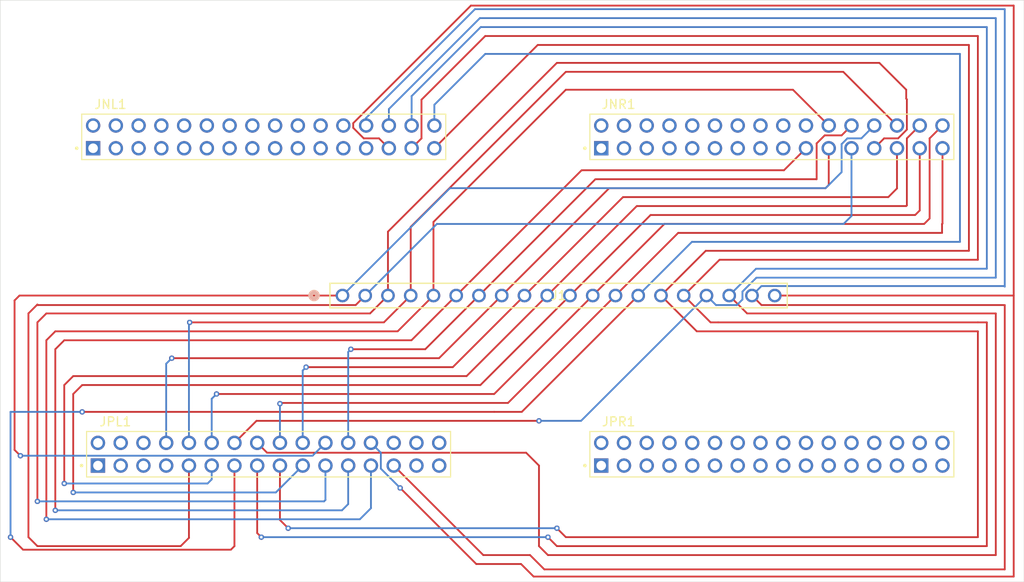
<source format=kicad_pcb>
(kicad_pcb (version 20240108) (generator "pcbnew") (generator_version "8.0")
  (layers (0 "F.Cu" signal) (31 "B.Cu" signal) (34 "B.Paste" user) (35 "F.Paste" user) (36 "B.SilkS" user "B.Silkscreen") (37 "F.SilkS" user "F.Silkscreen") (38 "B.Mask" user) (39 "F.Mask" user) (44 "Edge.Cuts" user))
  (net 0 "")
  (net 1 "1x2")
  (net 2 "2x4")
  (net 3 "1x3")
  (net 4 "2x3")
  (net 5 "2x2")
  (net 6 "2x1")
  (net 7 "1x1")
  (net 8 "3x2")
  (net 9 "3x1")
  (net 10 "4x2")
  (net 11 "4x1")
  (net 12 "3x4")
  (net 13 "SOURCE")
  (net 14 "1x4")
  (net 15 "3x3")
  (net 16 "4x3")
  (net 17 "BCOM")
  (net 18 "GATE")
  (net 19 "BULK")
  (net 20 "4x4")
  (net 76 "unconnected-(JPL1-Pad32)")
  (footprint "M20-9981645:HARWIN_M20-9981645" (layer "F.Cu") (at 205 80.27)
    (property "Reference" "JNR1" (at -17.105 -3.635 0) (layer "F.SilkS"))
    (property "Value" "M20-9981645" (hide yes))
    (fp_line (start -20.32 -2.54) (end 20.32 -2.54) (stroke (width 0.127)) (layer "F.SilkS"))
    (fp_line (start -20.32 2.54) (end -20.32 -2.54) (stroke (width 0.127)) (layer "F.SilkS"))
    (fp_line (start 20.32 -2.54) (end 20.32 2.54) (stroke (width 0.127)) (layer "F.SilkS"))
    (fp_line (start 20.32 2.54) (end -20.32 2.54) (stroke (width 0.127)) (layer "F.SilkS"))
    (fp_circle (center -20.88 1.27) (end -20.78 1.27) (stroke (width 0.2)) (fill none) (layer "F.SilkS"))
    (pad "1" thru_hole rect (at -19.05 1.27) (size 1.605 1.605) (drill 1.07) (layers "*.Cu" "*.Mask"))
    (pad "2" thru_hole circle (at -19.05 -1.27) (size 1.605 1.605) (drill 1.07) (layers "*.Cu" "*.Mask"))
    (pad "3" thru_hole circle (at -16.51 1.27) (size 1.605 1.605) (drill 1.07) (layers "*.Cu" "*.Mask"))
    (pad "4" thru_hole circle (at -16.51 -1.27) (size 1.605 1.605) (drill 1.07) (layers "*.Cu" "*.Mask"))
    (pad "5" thru_hole circle (at -13.97 1.27) (size 1.605 1.605) (drill 1.07) (layers "*.Cu" "*.Mask"))
    (pad "6" thru_hole circle (at -13.97 -1.27) (size 1.605 1.605) (drill 1.07) (layers "*.Cu" "*.Mask"))
    (pad "7" thru_hole circle (at -11.43 1.27) (size 1.605 1.605) (drill 1.07) (layers "*.Cu" "*.Mask"))
    (pad "8" thru_hole circle (at -11.43 -1.27) (size 1.605 1.605) (drill 1.07) (layers "*.Cu" "*.Mask"))
    (pad "9" thru_hole circle (at -8.89 1.27) (size 1.605 1.605) (drill 1.07) (layers "*.Cu" "*.Mask"))
    (pad "10" thru_hole circle (at -8.89 -1.27) (size 1.605 1.605) (drill 1.07) (layers "*.Cu" "*.Mask"))
    (pad "11" thru_hole circle (at -6.35 1.27) (size 1.605 1.605) (drill 1.07) (layers "*.Cu" "*.Mask"))
    (pad "12" thru_hole circle (at -6.35 -1.27) (size 1.605 1.605) (drill 1.07) (layers "*.Cu" "*.Mask"))
    (pad "13" thru_hole circle (at -3.81 1.27) (size 1.605 1.605) (drill 1.07) (layers "*.Cu" "*.Mask"))
    (pad "14" thru_hole circle (at -3.81 -1.27) (size 1.605 1.605) (drill 1.07) (layers "*.Cu" "*.Mask"))
    (pad "15" thru_hole circle (at -1.27 1.27) (size 1.605 1.605) (drill 1.07) (layers "*.Cu" "*.Mask"))
    (pad "16" thru_hole circle (at -1.27 -1.27) (size 1.605 1.605) (drill 1.07) (layers "*.Cu" "*.Mask"))
    (pad "17" thru_hole circle (at 1.27 1.27) (size 1.605 1.605) (drill 1.07) (layers "*.Cu" "*.Mask"))
    (pad "18" thru_hole circle (at 1.27 -1.27) (size 1.605 1.605) (drill 1.07) (layers "*.Cu" "*.Mask"))
    (pad "19" thru_hole circle (at 3.81 1.27) (size 1.605 1.605) (drill 1.07) (layers "*.Cu" "*.Mask") (net 5 "2x2"))
    (pad "20" thru_hole circle (at 3.81 -1.27) (size 1.605 1.605) (drill 1.07) (layers "*.Cu" "*.Mask"))
    (pad "21" thru_hole circle (at 6.35 1.27) (size 1.605 1.605) (drill 1.07) (layers "*.Cu" "*.Mask") (net 2 "2x4"))
    (pad "22" thru_hole circle (at 6.35 -1.27) (size 1.605 1.605) (drill 1.07) (layers "*.Cu" "*.Mask") (net 6 "2x1"))
    (pad "23" thru_hole circle (at 8.89 1.27) (size 1.605 1.605) (drill 1.07) (layers "*.Cu" "*.Mask") (net 1 "1x2"))
    (pad "24" thru_hole circle (at 8.89 -1.27) (size 1.605 1.605) (drill 1.07) (layers "*.Cu" "*.Mask") (net 4 "2x3"))
    (pad "25" thru_hole circle (at 11.43 1.27) (size 1.605 1.605) (drill 1.07) (layers "*.Cu" "*.Mask") (net 3 "1x3"))
    (pad "26" thru_hole circle (at 11.43 -1.27) (size 1.605 1.605) (drill 1.07) (layers "*.Cu" "*.Mask") (net 7 "1x1"))
    (pad "27" thru_hole circle (at 13.97 1.27) (size 1.605 1.605) (drill 1.07) (layers "*.Cu" "*.Mask") (net 9 "3x1"))
    (pad "28" thru_hole circle (at 13.97 -1.27) (size 1.605 1.605) (drill 1.07) (layers "*.Cu" "*.Mask") (net 14 "1x4"))
    (pad "29" thru_hole circle (at 16.51 1.27) (size 1.605 1.605) (drill 1.07) (layers "*.Cu" "*.Mask") (net 15 "3x3"))
    (pad "30" thru_hole circle (at 16.51 -1.27) (size 1.605 1.605) (drill 1.07) (layers "*.Cu" "*.Mask") (net 8 "3x2"))
    (pad "31" thru_hole circle (at 19.05 1.27) (size 1.605 1.605) (drill 1.07) (layers "*.Cu" "*.Mask") (net 11 "4x1"))
    (pad "32" thru_hole circle (at 19.05 -1.27) (size 1.605 1.605) (drill 1.07) (layers "*.Cu" "*.Mask") (net 12 "3x4"))
  )
  (footprint "M20-9981645:HARWIN_M20-9981645" (layer "F.Cu") (at 148.27 80.27)
    (property "Reference" "JNL1" (at -17.105 -3.635 0) (layer "F.SilkS"))
    (property "Value" "M20-9981645" (hide yes))
    (fp_line (start -20.32 -2.54) (end 20.32 -2.54) (stroke (width 0.127)) (layer "F.SilkS"))
    (fp_line (start -20.32 2.54) (end -20.32 -2.54) (stroke (width 0.127)) (layer "F.SilkS"))
    (fp_line (start 20.32 -2.54) (end 20.32 2.54) (stroke (width 0.127)) (layer "F.SilkS"))
    (fp_line (start 20.32 2.54) (end -20.32 2.54) (stroke (width 0.127)) (layer "F.SilkS"))
    (fp_circle (center -20.88 1.27) (end -20.78 1.27) (stroke (width 0.2)) (fill none) (layer "F.SilkS"))
    (pad "1" thru_hole rect (at -19.05 1.27) (size 1.605 1.605) (drill 1.07) (layers "*.Cu" "*.Mask"))
    (pad "2" thru_hole circle (at -19.05 -1.27) (size 1.605 1.605) (drill 1.07) (layers "*.Cu" "*.Mask"))
    (pad "3" thru_hole circle (at -16.51 1.27) (size 1.605 1.605) (drill 1.07) (layers "*.Cu" "*.Mask"))
    (pad "4" thru_hole circle (at -16.51 -1.27) (size 1.605 1.605) (drill 1.07) (layers "*.Cu" "*.Mask"))
    (pad "5" thru_hole circle (at -13.97 1.27) (size 1.605 1.605) (drill 1.07) (layers "*.Cu" "*.Mask"))
    (pad "6" thru_hole circle (at -13.97 -1.27) (size 1.605 1.605) (drill 1.07) (layers "*.Cu" "*.Mask"))
    (pad "7" thru_hole circle (at -11.43 1.27) (size 1.605 1.605) (drill 1.07) (layers "*.Cu" "*.Mask"))
    (pad "8" thru_hole circle (at -11.43 -1.27) (size 1.605 1.605) (drill 1.07) (layers "*.Cu" "*.Mask"))
    (pad "9" thru_hole circle (at -8.89 1.27) (size 1.605 1.605) (drill 1.07) (layers "*.Cu" "*.Mask"))
    (pad "10" thru_hole circle (at -8.89 -1.27) (size 1.605 1.605) (drill 1.07) (layers "*.Cu" "*.Mask"))
    (pad "11" thru_hole circle (at -6.35 1.27) (size 1.605 1.605) (drill 1.07) (layers "*.Cu" "*.Mask"))
    (pad "12" thru_hole circle (at -6.35 -1.27) (size 1.605 1.605) (drill 1.07) (layers "*.Cu" "*.Mask"))
    (pad "13" thru_hole circle (at -3.81 1.27) (size 1.605 1.605) (drill 1.07) (layers "*.Cu" "*.Mask"))
    (pad "14" thru_hole circle (at -3.81 -1.27) (size 1.605 1.605) (drill 1.07) (layers "*.Cu" "*.Mask"))
    (pad "15" thru_hole circle (at -1.27 1.27) (size 1.605 1.605) (drill 1.07) (layers "*.Cu" "*.Mask"))
    (pad "16" thru_hole circle (at -1.27 -1.27) (size 1.605 1.605) (drill 1.07) (layers "*.Cu" "*.Mask"))
    (pad "17" thru_hole circle (at 1.27 1.27) (size 1.605 1.605) (drill 1.07) (layers "*.Cu" "*.Mask"))
    (pad "18" thru_hole circle (at 1.27 -1.27) (size 1.605 1.605) (drill 1.07) (layers "*.Cu" "*.Mask"))
    (pad "19" thru_hole circle (at 3.81 1.27) (size 1.605 1.605) (drill 1.07) (layers "*.Cu" "*.Mask"))
    (pad "20" thru_hole circle (at 3.81 -1.27) (size 1.605 1.605) (drill 1.07) (layers "*.Cu" "*.Mask"))
    (pad "21" thru_hole circle (at 6.35 1.27) (size 1.605 1.605) (drill 1.07) (layers "*.Cu" "*.Mask"))
    (pad "22" thru_hole circle (at 6.35 -1.27) (size 1.605 1.605) (drill 1.07) (layers "*.Cu" "*.Mask"))
    (pad "23" thru_hole circle (at 8.89 1.27) (size 1.605 1.605) (drill 1.07) (layers "*.Cu" "*.Mask"))
    (pad "24" thru_hole circle (at 8.89 -1.27) (size 1.605 1.605) (drill 1.07) (layers "*.Cu" "*.Mask"))
    (pad "25" thru_hole circle (at 11.43 1.27) (size 1.605 1.605) (drill 1.07) (layers "*.Cu" "*.Mask"))
    (pad "26" thru_hole circle (at 11.43 -1.27) (size 1.605 1.605) (drill 1.07) (layers "*.Cu" "*.Mask") (net 19 "BULK"))
    (pad "27" thru_hole circle (at 13.97 1.27) (size 1.605 1.605) (drill 1.07) (layers "*.Cu" "*.Mask") (net 17 "BCOM"))
    (pad "28" thru_hole circle (at 13.97 -1.27) (size 1.605 1.605) (drill 1.07) (layers "*.Cu" "*.Mask") (net 18 "GATE"))
    (pad "29" thru_hole circle (at 16.51 1.27) (size 1.605 1.605) (drill 1.07) (layers "*.Cu" "*.Mask") (net 20 "4x4"))
    (pad "30" thru_hole circle (at 16.51 -1.27) (size 1.605 1.605) (drill 1.07) (layers "*.Cu" "*.Mask") (net 13 "SOURCE"))
    (pad "31" thru_hole circle (at 19.05 1.27) (size 1.605 1.605) (drill 1.07) (layers "*.Cu" "*.Mask") (net 16 "4x3"))
    (pad "32" thru_hole circle (at 19.05 -1.27) (size 1.605 1.605) (drill 1.07) (layers "*.Cu" "*.Mask") (net 10 "4x2"))
  )
  (footprint "MountingHole:MountingHole_3mm" (layer "F.Cu") (at 123 69)
    (property "Reference" "REF**" (hide yes))
    (property "Value" "MountingHole_3mm" (hide yes))
    (pad "" np_thru_hole circle (at 0 0) (size 3 3) (drill 3) (layers "*.Cu" "*.Mask"))
  )
  (footprint "MountingHole:MountingHole_3mm" (layer "F.Cu") (at 224 107)
    (property "Reference" "REF**" (hide yes))
    (property "Value" "MountingHole_3mm" (hide yes))
    (pad "" np_thru_hole circle (at 0 0) (size 3 3) (drill 3) (layers "*.Cu" "*.Mask"))
  )
  (footprint "M20-9981645:HARWIN_M20-9981645" (layer "F.Cu") (at 205 115.73)
    (property "Reference" "JPR1" (at -17.105 -3.635 0) (layer "F.SilkS"))
    (property "Value" "M20-9981645" (hide yes))
    (fp_line (start -20.32 -2.54) (end 20.32 -2.54) (stroke (width 0.127)) (layer "F.SilkS"))
    (fp_line (start -20.32 2.54) (end -20.32 -2.54) (stroke (width 0.127)) (layer "F.SilkS"))
    (fp_line (start 20.32 -2.54) (end 20.32 2.54) (stroke (width 0.127)) (layer "F.SilkS"))
    (fp_line (start 20.32 2.54) (end -20.32 2.54) (stroke (width 0.127)) (layer "F.SilkS"))
    (fp_circle (center -20.88 1.27) (end -20.78 1.27) (stroke (width 0.2)) (fill none) (layer "F.SilkS"))
    (pad "1" thru_hole rect (at -19.05 1.27) (size 1.605 1.605) (drill 1.07) (layers "*.Cu" "*.Mask"))
    (pad "2" thru_hole circle (at -19.05 -1.27) (size 1.605 1.605) (drill 1.07) (layers "*.Cu" "*.Mask"))
    (pad "3" thru_hole circle (at -16.51 1.27) (size 1.605 1.605) (drill 1.07) (layers "*.Cu" "*.Mask"))
    (pad "4" thru_hole circle (at -16.51 -1.27) (size 1.605 1.605) (drill 1.07) (layers "*.Cu" "*.Mask"))
    (pad "5" thru_hole circle (at -13.97 1.27) (size 1.605 1.605) (drill 1.07) (layers "*.Cu" "*.Mask"))
    (pad "6" thru_hole circle (at -13.97 -1.27) (size 1.605 1.605) (drill 1.07) (layers "*.Cu" "*.Mask"))
    (pad "7" thru_hole circle (at -11.43 1.27) (size 1.605 1.605) (drill 1.07) (layers "*.Cu" "*.Mask"))
    (pad "8" thru_hole circle (at -11.43 -1.27) (size 1.605 1.605) (drill 1.07) (layers "*.Cu" "*.Mask"))
    (pad "9" thru_hole circle (at -8.89 1.27) (size 1.605 1.605) (drill 1.07) (layers "*.Cu" "*.Mask"))
    (pad "10" thru_hole circle (at -8.89 -1.27) (size 1.605 1.605) (drill 1.07) (layers "*.Cu" "*.Mask"))
    (pad "11" thru_hole circle (at -6.35 1.27) (size 1.605 1.605) (drill 1.07) (layers "*.Cu" "*.Mask"))
    (pad "12" thru_hole circle (at -6.35 -1.27) (size 1.605 1.605) (drill 1.07) (layers "*.Cu" "*.Mask"))
    (pad "13" thru_hole circle (at -3.81 1.27) (size 1.605 1.605) (drill 1.07) (layers "*.Cu" "*.Mask"))
    (pad "14" thru_hole circle (at -3.81 -1.27) (size 1.605 1.605) (drill 1.07) (layers "*.Cu" "*.Mask"))
    (pad "15" thru_hole circle (at -1.27 1.27) (size 1.605 1.605) (drill 1.07) (layers "*.Cu" "*.Mask"))
    (pad "16" thru_hole circle (at -1.27 -1.27) (size 1.605 1.605) (drill 1.07) (layers "*.Cu" "*.Mask"))
    (pad "17" thru_hole circle (at 1.27 1.27) (size 1.605 1.605) (drill 1.07) (layers "*.Cu" "*.Mask"))
    (pad "18" thru_hole circle (at 1.27 -1.27) (size 1.605 1.605) (drill 1.07) (layers "*.Cu" "*.Mask"))
    (pad "19" thru_hole circle (at 3.81 1.27) (size 1.605 1.605) (drill 1.07) (layers "*.Cu" "*.Mask"))
    (pad "20" thru_hole circle (at 3.81 -1.27) (size 1.605 1.605) (drill 1.07) (layers "*.Cu" "*.Mask"))
    (pad "21" thru_hole circle (at 6.35 1.27) (size 1.605 1.605) (drill 1.07) (layers "*.Cu" "*.Mask"))
    (pad "22" thru_hole circle (at 6.35 -1.27) (size 1.605 1.605) (drill 1.07) (layers "*.Cu" "*.Mask"))
    (pad "23" thru_hole circle (at 8.89 1.27) (size 1.605 1.605) (drill 1.07) (layers "*.Cu" "*.Mask"))
    (pad "24" thru_hole circle (at 8.89 -1.27) (size 1.605 1.605) (drill 1.07) (layers "*.Cu" "*.Mask"))
    (pad "25" thru_hole circle (at 11.43 1.27) (size 1.605 1.605) (drill 1.07) (layers "*.Cu" "*.Mask"))
    (pad "26" thru_hole circle (at 11.43 -1.27) (size 1.605 1.605) (drill 1.07) (layers "*.Cu" "*.Mask"))
    (pad "27" thru_hole circle (at 13.97 1.27) (size 1.605 1.605) (drill 1.07) (layers "*.Cu" "*.Mask"))
    (pad "28" thru_hole circle (at 13.97 -1.27) (size 1.605 1.605) (drill 1.07) (layers "*.Cu" "*.Mask"))
    (pad "29" thru_hole circle (at 16.51 1.27) (size 1.605 1.605) (drill 1.07) (layers "*.Cu" "*.Mask"))
    (pad "30" thru_hole circle (at 16.51 -1.27) (size 1.605 1.605) (drill 1.07) (layers "*.Cu" "*.Mask"))
    (pad "31" thru_hole circle (at 19.05 1.27) (size 1.605 1.605) (drill 1.07) (layers "*.Cu" "*.Mask"))
    (pad "32" thru_hole circle (at 19.05 -1.27) (size 1.605 1.605) (drill 1.07) (layers "*.Cu" "*.Mask"))
  )
  (footprint "footprints:CONN_PH1-20-UA_ADM" (layer "F.Cu") (at 157.06 98)
    (property "Reference" "J1" (at 24.13 0 0) (layer "F.SilkS"))
    (property "Value" "PH1-20-UA" (hide yes))
    (fp_circle (center -3.175 0) (end -2.794 0) (stroke (width 0.508)) (fill none) (layer "B.SilkS"))
    (fp_line (start -1.397 -1.3716) (end -1.397 1.3716) (stroke (width 0.1524)) (layer "F.SilkS"))
    (fp_line (start -1.397 1.3716) (end 49.657 1.3716) (stroke (width 0.1524)) (layer "F.SilkS"))
    (fp_line (start 49.657 -1.3716) (end -1.397 -1.3716) (stroke (width 0.1524)) (layer "F.SilkS"))
    (fp_line (start 49.657 1.3716) (end 49.657 -1.3716) (stroke (width 0.1524)) (layer "F.SilkS"))
    (fp_circle (center -3.175 0) (end -2.794 0) (stroke (width 0.508)) (fill none) (layer "F.SilkS"))
    (pad "1" thru_hole circle (at 0 0) (size 1.524 1.524) (drill 1.016) (layers "*.Cu" "*.Mask") (net 7 "1x1"))
    (pad "2" thru_hole circle (at 2.54 0) (size 1.524 1.524) (drill 1.016) (layers "*.Cu" "*.Mask") (net 1 "1x2"))
    (pad "3" thru_hole circle (at 5.08 0) (size 1.524 1.524) (drill 1.016) (layers "*.Cu" "*.Mask") (net 3 "1x3"))
    (pad "4" thru_hole circle (at 7.62 0) (size 1.524 1.524) (drill 1.016) (layers "*.Cu" "*.Mask") (net 14 "1x4"))
    (pad "5" thru_hole circle (at 10.16 0) (size 1.524 1.524) (drill 1.016) (layers "*.Cu" "*.Mask") (net 6 "2x1"))
    (pad "6" thru_hole circle (at 12.7 0) (size 1.524 1.524) (drill 1.016) (layers "*.Cu" "*.Mask") (net 5 "2x2"))
    (pad "7" thru_hole circle (at 15.24 0) (size 1.524 1.524) (drill 1.016) (layers "*.Cu" "*.Mask") (net 4 "2x3"))
    (pad "8" thru_hole circle (at 17.78 0) (size 1.524 1.524) (drill 1.016) (layers "*.Cu" "*.Mask") (net 2 "2x4"))
    (pad "9" thru_hole circle (at 20.32 0) (size 1.524 1.524) (drill 1.016) (layers "*.Cu" "*.Mask") (net 9 "3x1"))
    (pad "10" thru_hole circle (at 22.86 0) (size 1.524 1.524) (drill 1.016) (layers "*.Cu" "*.Mask") (net 8 "3x2"))
    (pad "11" thru_hole circle (at 25.4 0) (size 1.524 1.524) (drill 1.016) (layers "*.Cu" "*.Mask") (net 15 "3x3"))
    (pad "12" thru_hole circle (at 27.94 0) (size 1.524 1.524) (drill 1.016) (layers "*.Cu" "*.Mask") (net 12 "3x4"))
    (pad "13" thru_hole circle (at 30.48 0) (size 1.524 1.524) (drill 1.016) (layers "*.Cu" "*.Mask") (net 11 "4x1"))
    (pad "14" thru_hole circle (at 33.02 0) (size 1.524 1.524) (drill 1.016) (layers "*.Cu" "*.Mask") (net 10 "4x2"))
    (pad "15" thru_hole circle (at 35.56 0) (size 1.524 1.524) (drill 1.016) (layers "*.Cu" "*.Mask") (net 16 "4x3"))
    (pad "16" thru_hole circle (at 38.1 0) (size 1.524 1.524) (drill 1.016) (layers "*.Cu" "*.Mask") (net 20 "4x4"))
    (pad "17" thru_hole circle (at 40.64 0) (size 1.524 1.524) (drill 1.016) (layers "*.Cu" "*.Mask") (net 18 "GATE"))
    (pad "18" thru_hole circle (at 43.18 0) (size 1.524 1.524) (drill 1.016) (layers "*.Cu" "*.Mask") (net 13 "SOURCE"))
    (pad "19" thru_hole circle (at 45.72 0) (size 1.524 1.524) (drill 1.016) (layers "*.Cu" "*.Mask") (net 19 "BULK"))
    (pad "20" thru_hole circle (at 48.26 0) (size 1.524 1.524) (drill 1.016) (layers "*.Cu" "*.Mask") (net 17 "BCOM"))
  )
  (footprint "MountingHole:MountingHole_3mm" (layer "F.Cu") (at 123 93)
    (property "Reference" "REF**" (hide yes))
    (property "Value" "MountingHole_3mm" (hide yes))
    (pad "" np_thru_hole circle (at 0 0) (size 3 3) (drill 3) (layers "*.Cu" "*.Mask"))
  )
  (footprint "M20-9981645:HARWIN_M20-9981645" (layer "F.Cu") (at 148.81 115.73)
    (property "Reference" "JPL1" (at -17.105 -3.635 0) (layer "F.SilkS"))
    (property "Value" "M20-9981645" (hide yes))
    (fp_line (start -20.32 -2.54) (end 20.32 -2.54) (stroke (width 0.127)) (layer "F.SilkS"))
    (fp_line (start -20.32 2.54) (end -20.32 -2.54) (stroke (width 0.127)) (layer "F.SilkS"))
    (fp_line (start 20.32 -2.54) (end 20.32 2.54) (stroke (width 0.127)) (layer "F.SilkS"))
    (fp_line (start 20.32 2.54) (end -20.32 2.54) (stroke (width 0.127)) (layer "F.SilkS"))
    (fp_circle (center -20.88 1.27) (end -20.78 1.27) (stroke (width 0.2)) (fill none) (layer "F.SilkS"))
    (pad "1" thru_hole rect (at -19.05 1.27) (size 1.605 1.605) (drill 1.07) (layers "*.Cu" "*.Mask"))
    (pad "2" thru_hole circle (at -19.05 -1.27) (size 1.605 1.605) (drill 1.07) (layers "*.Cu" "*.Mask"))
    (pad "3" thru_hole circle (at -16.51 1.27) (size 1.605 1.605) (drill 1.07) (layers "*.Cu" "*.Mask"))
    (pad "4" thru_hole circle (at -16.51 -1.27) (size 1.605 1.605) (drill 1.07) (layers "*.Cu" "*.Mask"))
    (pad "5" thru_hole circle (at -13.97 1.27) (size 1.605 1.605) (drill 1.07) (layers "*.Cu" "*.Mask"))
    (pad "6" thru_hole circle (at -13.97 -1.27) (size 1.605 1.605) (drill 1.07) (layers "*.Cu" "*.Mask"))
    (pad "7" thru_hole circle (at -11.43 1.27) (size 1.605 1.605) (drill 1.07) (layers "*.Cu" "*.Mask"))
    (pad "8" thru_hole circle (at -11.43 -1.27) (size 1.605 1.605) (drill 1.07) (layers "*.Cu" "*.Mask") (net 2 "2x4"))
    (pad "9" thru_hole circle (at -8.89 1.27) (size 1.605 1.605) (drill 1.07) (layers "*.Cu" "*.Mask") (net 1 "1x2"))
    (pad "10" thru_hole circle (at -8.89 -1.27) (size 1.605 1.605) (drill 1.07) (layers "*.Cu" "*.Mask") (net 14 "1x4"))
    (pad "11" thru_hole circle (at -6.35 1.27) (size 1.605 1.605) (drill 1.07) (layers "*.Cu" "*.Mask") (net 8 "3x2"))
    (pad "12" thru_hole circle (at -6.35 -1.27) (size 1.605 1.605) (drill 1.07) (layers "*.Cu" "*.Mask") (net 12 "3x4"))
    (pad "13" thru_hole circle (at -3.81 1.27) (size 1.605 1.605) (drill 1.07) (layers "*.Cu" "*.Mask") (net 10 "4x2"))
    (pad "14" thru_hole circle (at -3.81 -1.27) (size 1.605 1.605) (drill 1.07) (layers "*.Cu" "*.Mask") (net 18 "GATE"))
    (pad "15" thru_hole circle (at -1.27 1.27) (size 1.605 1.605) (drill 1.07) (layers "*.Cu" "*.Mask") (net 20 "4x4"))
    (pad "16" thru_hole circle (at -1.27 -1.27) (size 1.605 1.605) (drill 1.07) (layers "*.Cu" "*.Mask") (net 13 "SOURCE"))
    (pad "17" thru_hole circle (at 1.27 1.27) (size 1.605 1.605) (drill 1.07) (layers "*.Cu" "*.Mask") (net 16 "4x3"))
    (pad "18" thru_hole circle (at 1.27 -1.27) (size 1.605 1.605) (drill 1.07) (layers "*.Cu" "*.Mask") (net 11 "4x1"))
    (pad "19" thru_hole circle (at 3.81 1.27) (size 1.605 1.605) (drill 1.07) (layers "*.Cu" "*.Mask") (net 15 "3x3"))
    (pad "20" thru_hole circle (at 3.81 -1.27) (size 1.605 1.605) (drill 1.07) (layers "*.Cu" "*.Mask") (net 9 "3x1"))
    (pad "21" thru_hole circle (at 6.35 1.27) (size 1.605 1.605) (drill 1.07) (layers "*.Cu" "*.Mask") (net 3 "1x3"))
    (pad "22" thru_hole circle (at 6.35 -1.27) (size 1.605 1.605) (drill 1.07) (layers "*.Cu" "*.Mask") (net 7 "1x1"))
    (pad "23" thru_hole circle (at 8.89 1.27) (size 1.605 1.605) (drill 1.07) (layers "*.Cu" "*.Mask") (net 5 "2x2"))
    (pad "24" thru_hole circle (at 8.89 -1.27) (size 1.605 1.605) (drill 1.07) (layers "*.Cu" "*.Mask") (net 4 "2x3"))
    (pad "25" thru_hole circle (at 11.43 1.27) (size 1.605 1.605) (drill 1.07) (layers "*.Cu" "*.Mask") (net 6 "2x1"))
    (pad "26" thru_hole circle (at 11.43 -1.27) (size 1.605 1.605) (drill 1.07) (layers "*.Cu" "*.Mask") (net 17 "BCOM"))
    (pad "27" thru_hole circle (at 13.97 1.27) (size 1.605 1.605) (drill 1.07) (layers "*.Cu" "*.Mask") (net 19 "BULK"))
    (pad "28" thru_hole circle (at 13.97 -1.27) (size 1.605 1.605) (drill 1.07) (layers "*.Cu" "*.Mask"))
    (pad "29" thru_hole circle (at 16.51 1.27) (size 1.605 1.605) (drill 1.07) (layers "*.Cu" "*.Mask"))
    (pad "30" thru_hole circle (at 16.51 -1.27) (size 1.605 1.605) (drill 1.07) (layers "*.Cu" "*.Mask"))
    (pad "31" thru_hole circle (at 19.05 1.27) (size 1.605 1.605) (drill 1.07) (layers "*.Cu" "*.Mask"))
    (pad "32" thru_hole circle (at 19.05 -1.27) (size 1.605 1.605) (drill 1.07) (layers "*.Cu" "*.Mask") (net 76 "unconnected-(JPL1-Pad32)"))
  )
  (gr_rect (start 118.85 65) (end 233.15 130) (stroke (width 0.05)) (fill none) (layer "Edge.Cuts"))
  (segment (start 123 126) (end 139 126) (width 0.2) (layer "F.Cu") (net 1))
  (segment (start 158.538 99.062) (end 123.062 99.062) (width 0.2) (layer "F.Cu") (net 1))
  (segment (start 122 125) (end 123 126) (width 0.2) (layer "F.Cu") (net 1))
  (segment (start 139 126) (end 139.92 125.08) (width 0.2) (layer "F.Cu") (net 1))
  (segment (start 122 100) (end 122 125) (width 0.2) (layer "F.Cu") (net 1))
  (segment (start 123 99) (end 122 100) (width 0.2) (layer "F.Cu") (net 1))
  (segment (start 139.92 125.08) (end 139.92 117) (width 0.2) (layer "F.Cu") (net 1))
  (segment (start 123.062 99.062) (end 123 99) (width 0.2) (layer "F.Cu") (net 1))
  (segment (start 159.6 98) (end 158.538 99.062) (width 0.2) (layer "F.Cu") (net 1))
  (segment (start 213 90) (end 213.89 89.11) (width 0.2) (layer "B.Cu") (net 1))
  (segment (start 167.6 90) (end 213 90) (width 0.2) (layer "B.Cu") (net 1))
  (segment (start 213.89 89.11) (end 213.89 81.54) (width 0.2) (layer "B.Cu") (net 1))
  (segment (start 159.6 98) (end 167.6 90) (width 0.2) (layer "B.Cu") (net 1))
  (segment (start 174.84 98) (end 186.84 86) (width 0.2) (layer "F.Cu") (net 2))
  (segment (start 211 86) (end 211.35 85.65) (width 0.2) (layer "F.Cu") (net 2))
  (segment (start 174.84 98) (end 167.84 105) (width 0.2) (layer "F.Cu") (net 2))
  (segment (start 211.35 85.65) (end 211.35 81.54) (width 0.2) (layer "F.Cu") (net 2))
  (segment (start 186.84 86) (end 211 86) (width 0.2) (layer "F.Cu") (net 2))
  (segment (start 167.84 105) (end 138 105) (width 0.2) (layer "F.Cu") (net 2))
  (via (at 138 105) (size 0.6) (drill 0.3) (layers "F.Cu" "B.Cu") (net 2))
  (segment (start 137.38 105.62) (end 137.38 114.46) (width 0.2) (layer "B.Cu") (net 2))
  (segment (start 138 105) (end 137.38 105.62) (width 0.2) (layer "B.Cu") (net 2))
  (segment (start 217 72) (end 220 75) (width 0.2) (layer "F.Cu") (net 3))
  (segment (start 162.14 90.86) (end 181 72) (width 0.2) (layer "F.Cu") (net 3))
  (segment (start 220 75) (end 220 76) (width 0.2) (layer "F.Cu") (net 3))
  (segment (start 160.14 100) (end 162.14 98) (width 0.2) (layer "F.Cu") (net 3))
  (segment (start 220.0725 79.456671) (end 219.091671 80.4375) (width 0.2) (layer "F.Cu") (net 3))
  (segment (start 219.091671 80.4375) (end 217.5325 80.4375) (width 0.2) (layer "F.Cu") (net 3))
  (segment (start 217.5325 80.4375) (end 216.43 81.54) (width 0.2) (layer "F.Cu") (net 3))
  (segment (start 124 100) (end 160.14 100) (width 0.2) (layer "F.Cu") (net 3))
  (segment (start 123 121) (end 123 101) (width 0.2) (layer "F.Cu") (net 3))
  (segment (start 220 76) (end 220.0725 76.0725) (width 0.2) (layer "F.Cu") (net 3))
  (segment (start 181 72) (end 217 72) (width 0.2) (layer "F.Cu") (net 3))
  (segment (start 220.0725 76.0725) (end 220.0725 79.456671) (width 0.2) (layer "F.Cu") (net 3))
  (segment (start 123 101) (end 124 100) (width 0.2) (layer "F.Cu") (net 3))
  (segment (start 162.14 98) (end 162.14 90.86) (width 0.2) (layer "F.Cu") (net 3))
  (via (at 123 121) (size 0.6) (drill 0.3) (layers "F.Cu" "B.Cu") (net 3))
  (segment (start 123 121) (end 155 121) (width 0.2) (layer "B.Cu") (net 3))
  (segment (start 155.16 120.84) (end 155.16 117) (width 0.2) (layer "B.Cu") (net 3))
  (segment (start 155 121) (end 155.16 120.84) (width 0.2) (layer "B.Cu") (net 3))
  (segment (start 210 85) (end 210 81) (width 0.2) (layer "F.Cu") (net 4))
  (segment (start 166.3 104) (end 158 104) (width 0.2) (layer "F.Cu") (net 4))
  (segment (start 210.8975 80.1025) (end 212.7875 80.1025) (width 0.2) (layer "F.Cu") (net 4))
  (segment (start 212.7875 80.1025) (end 213.89 79) (width 0.2) (layer "F.Cu") (net 4))
  (segment (start 172.3 98) (end 185.3 85) (width 0.2) (layer "F.Cu") (net 4))
  (segment (start 172.3 98) (end 166.3 104) (width 0.2) (layer "F.Cu") (net 4))
  (segment (start 210 81) (end 210.8975 80.1025) (width 0.2) (layer "F.Cu") (net 4))
  (segment (start 185.3 85) (end 210 85) (width 0.2) (layer "F.Cu") (net 4))
  (via (at 158 104) (size 0.6) (drill 0.3) (layers "F.Cu" "B.Cu") (net 4))
  (segment (start 158 104) (end 157.7 104.3) (width 0.2) (layer "B.Cu") (net 4))
  (segment (start 157.7 104.3) (end 157.7 114.46) (width 0.2) (layer "B.Cu") (net 4))
  (segment (start 183.76 84) (end 206.35 84) (width 0.2) (layer "F.Cu") (net 5))
  (segment (start 169.76 98) (end 183.76 84) (width 0.2) (layer "F.Cu") (net 5))
  (segment (start 206.35 84) (end 208.81 81.54) (width 0.2) (layer "F.Cu") (net 5))
  (segment (start 164.76 103) (end 126 103) (width 0.2) (layer "F.Cu") (net 5))
  (segment (start 125 104) (end 125 122) (width 0.2) (layer "F.Cu") (net 5))
  (segment (start 169.76 98) (end 164.76 103) (width 0.2) (layer "F.Cu") (net 5))
  (segment (start 126 103) (end 125 104) (width 0.2) (layer "F.Cu") (net 5))
  (via (at 125 122) (size 0.6) (drill 0.3) (layers "F.Cu" "B.Cu") (net 5))
  (segment (start 157 122) (end 125 122) (width 0.2) (layer "B.Cu") (net 5))
  (segment (start 157.7 117) (end 157.7 121.3) (width 0.2) (layer "B.Cu") (net 5))
  (segment (start 157.7 121.3) (end 157 122) (width 0.2) (layer "B.Cu") (net 5))
  (segment (start 124 123) (end 124 103) (width 0.2) (layer "F.Cu") (net 6))
  (segment (start 167.22 98) (end 167.22 89.78) (width 0.2) (layer "F.Cu") (net 6))
  (segment (start 124 103) (end 125 102) (width 0.2) (layer "F.Cu") (net 6))
  (segment (start 167.22 89.78) (end 182 75) (width 0.2) (layer "F.Cu") (net 6))
  (segment (start 207.35 75) (end 211.35 79) (width 0.2) (layer "F.Cu") (net 6))
  (segment (start 182 75) (end 207.35 75) (width 0.2) (layer "F.Cu") (net 6))
  (segment (start 163.22 102) (end 167.22 98) (width 0.2) (layer "F.Cu") (net 6))
  (segment (start 125 102) (end 163.22 102) (width 0.2) (layer "F.Cu") (net 6))
  (via (at 124 123) (size 0.6) (drill 0.3) (layers "F.Cu" "B.Cu") (net 6))
  (segment (start 159 123) (end 160.24 121.76) (width 0.2) (layer "B.Cu") (net 6))
  (segment (start 124 123) (end 159 123) (width 0.2) (layer "B.Cu") (net 6))
  (segment (start 160.24 121.76) (end 160.24 117) (width 0.2) (layer "B.Cu") (net 6))
  (segment (start 157.06 98) (end 121 98) (width 0.2) (layer "F.Cu") (net 7))
  (segment (start 120.45 98.55) (end 120.45 115.245) (width 0.2) (layer "F.Cu") (net 7))
  (segment (start 120.45 115.245) (end 121.1025 115.8975) (width 0.2) (layer "F.Cu") (net 7))
  (segment (start 121 98) (end 120.45 98.55) (width 0.2) (layer "F.Cu") (net 7))
  (via (at 121.1025 115.8975) (size 0.6) (drill 0.3) (layers "F.Cu" "B.Cu") (net 7))
  (segment (start 212.7875 81.083329) (end 213.433329 80.4375) (width 0.2) (layer "B.Cu") (net 7))
  (segment (start 157.06 98) (end 169.06 86) (width 0.2) (layer "B.Cu") (net 7))
  (segment (start 153.7225 115.8975) (end 155.16 114.46) (width 0.2) (layer "B.Cu") (net 7))
  (segment (start 121.1025 115.8975) (end 153.7225 115.8975) (width 0.2) (layer "B.Cu") (net 7))
  (segment (start 212.7875 84.2125) (end 212.7875 81.083329) (width 0.2) (layer "B.Cu") (net 7))
  (segment (start 169.06 86) (end 211 86) (width 0.2) (layer "B.Cu") (net 7))
  (segment (start 214.9925 80.4375) (end 216.43 79) (width 0.2) (layer "B.Cu") (net 7))
  (segment (start 211 86) (end 212.7875 84.2125) (width 0.2) (layer "B.Cu") (net 7))
  (segment (start 213.433329 80.4375) (end 214.9925 80.4375) (width 0.2) (layer "B.Cu") (net 7))
  (segment (start 220.0725 87.9275) (end 220.0725 80.4375) (width 0.2) (layer "F.Cu") (net 8))
  (segment (start 220.0725 80.4375) (end 221.51 79) (width 0.2) (layer "F.Cu") (net 8))
  (segment (start 127 107) (end 170.92 107) (width 0.2) (layer "F.Cu") (net 8))
  (segment (start 126 108) (end 127 107) (width 0.2) (layer "F.Cu") (net 8))
  (segment (start 170.92 107) (end 179.92 98) (width 0.2) (layer "F.Cu") (net 8))
  (segment (start 179.92 98) (end 189.92 88) (width 0.2) (layer "F.Cu") (net 8))
  (segment (start 189.92 88) (end 220 88) (width 0.2) (layer "F.Cu") (net 8))
  (segment (start 220 88) (end 220.0725 87.9275) (width 0.2) (layer "F.Cu") (net 8))
  (segment (start 126 119) (end 126 108) (width 0.2) (layer "F.Cu") (net 8))
  (via (at 126 119) (size 0.6) (drill 0.3) (layers "F.Cu" "B.Cu") (net 8))
  (segment (start 126 119) (end 142 119) (width 0.2) (layer "B.Cu") (net 8))
  (segment (start 142.46 118.54) (end 142.46 117) (width 0.2) (layer "B.Cu") (net 8))
  (segment (start 142 119) (end 142.46 118.54) (width 0.2) (layer "B.Cu") (net 8))
  (segment (start 177.38 98) (end 169.38 106) (width 0.2) (layer "F.Cu") (net 9))
  (segment (start 218.97 86.03) (end 218.97 81.54) (width 0.2) (layer "F.Cu") (net 9))
  (segment (start 188.38 87) (end 218 87) (width 0.2) (layer "F.Cu") (net 9))
  (segment (start 169.38 106) (end 153 106) (width 0.2) (layer "F.Cu") (net 9))
  (segment (start 218 87) (end 218.97 86.03) (width 0.2) (layer "F.Cu") (net 9))
  (segment (start 177.38 98) (end 188.38 87) (width 0.2) (layer "F.Cu") (net 9))
  (via (at 153 106) (size 0.6) (drill 0.3) (layers "F.Cu" "B.Cu") (net 9))
  (segment (start 152.62 106.38) (end 153 106) (width 0.2) (layer "B.Cu") (net 9))
  (segment (start 152.62 114.46) (end 152.62 106.38) (width 0.2) (layer "B.Cu") (net 9))
  (segment (start 121.4 126.4) (end 144.6 126.4) (width 0.2) (layer "F.Cu") (net 10))
  (segment (start 174 111) (end 128 111) (width 0.2) (layer "F.Cu") (net 10))
  (segment (start 177.08 111) (end 174 111) (width 0.2) (layer "F.Cu") (net 10))
  (segment (start 120 125) (end 121.4 126.4) (width 0.2) (layer "F.Cu") (net 10))
  (segment (start 144.6 126.4) (end 145 126) (width 0.2) (layer "F.Cu") (net 10))
  (segment (start 145 126) (end 145 117) (width 0.2) (layer "F.Cu") (net 10))
  (segment (start 190.08 98) (end 177.08 111) (width 0.2) (layer "F.Cu") (net 10))
  (via (at 120 125) (size 0.6) (drill 0.3) (layers "F.Cu" "B.Cu") (net 10))
  (via (at 128 111) (size 0.6) (drill 0.3) (layers "F.Cu" "B.Cu") (net 10))
  (segment (start 226 71) (end 173 71) (width 0.2) (layer "B.Cu") (net 10))
  (segment (start 173 71) (end 167.32 76.68) (width 0.2) (layer "B.Cu") (net 10))
  (segment (start 190.08 98) (end 196.08 92) (width 0.2) (layer "B.Cu") (net 10))
  (segment (start 120 111) (end 120 125) (width 0.2) (layer "B.Cu") (net 10))
  (segment (start 226 92) (end 226 71) (width 0.2) (layer "B.Cu") (net 10))
  (segment (start 196.08 92) (end 226 92) (width 0.2) (layer "B.Cu") (net 10))
  (segment (start 128 111) (end 120 111) (width 0.2) (layer "B.Cu") (net 10))
  (segment (start 167.32 76.68) (end 167.32 79) (width 0.2) (layer "B.Cu") (net 10))
  (segment (start 150.08 110.08) (end 150.16 110) (width 0.2) (layer "F.Cu") (net 11))
  (segment (start 224.05 89.95) (end 224.05 81.54) (width 0.2) (layer "F.Cu") (net 11))
  (segment (start 224 91) (end 224 90) (width 0.2) (layer "F.Cu") (net 11))
  (segment (start 175.54 110) (end 187.54 98) (width 0.2) (layer "F.Cu") (net 11))
  (segment (start 194.54 91) (end 224 91) (width 0.2) (layer "F.Cu") (net 11))
  (segment (start 187.54 98) (end 194.54 91) (width 0.2) (layer "F.Cu") (net 11))
  (segment (start 150.16 110) (end 175.54 110) (width 0.2) (layer "F.Cu") (net 11))
  (segment (start 224 90) (end 224.05 89.95) (width 0.2) (layer "F.Cu") (net 11))
  (via (at 150.08 110.08) (size 0.6) (drill 0.3) (layers "F.Cu" "B.Cu") (net 11))
  (segment (start 150.08 114.46) (end 150.08 110.08) (width 0.2) (layer "B.Cu") (net 11))
  (segment (start 222 90) (end 222.6125 89.3875) (width 0.2) (layer "F.Cu") (net 12))
  (segment (start 222.6125 80.4375) (end 224.05 79) (width 0.2) (layer "F.Cu") (net 12))
  (segment (start 185 98) (end 193 90) (width 0.2) (layer "F.Cu") (net 12))
  (segment (start 193 90) (end 222 90) (width 0.2) (layer "F.Cu") (net 12))
  (segment (start 174 109) (end 143 109) (width 0.2) (layer "F.Cu") (net 12))
  (segment (start 222.6125 89.3875) (end 222.6125 80.4375) (width 0.2) (layer "F.Cu") (net 12))
  (segment (start 185 98) (end 174 109) (width 0.2) (layer "F.Cu") (net 12))
  (via (at 143 109) (size 0.6) (drill 0.3) (layers "F.Cu" "B.Cu") (net 12))
  (segment (start 142.46 109.54) (end 142.46 114.46) (width 0.2) (layer "B.Cu") (net 12))
  (segment (start 143 109) (end 142.46 109.54) (width 0.2) (layer "B.Cu") (net 12))
  (segment (start 148.6425 115.5625) (end 147.54 114.46) (width 0.2) (layer "F.Cu") (net 13))
  (segment (start 202.24 100) (end 230 100) (width 0.2) (layer "F.Cu") (net 13))
  (segment (start 230 127) (end 180 127) (width 0.2) (layer "F.Cu") (net 13))
  (segment (start 177.5625 115.5625) (end 148.6425 115.5625) (width 0.2) (layer "F.Cu") (net 13))
  (segment (start 230 100) (end 230 127) (width 0.2) (layer "F.Cu") (net 13))
  (segment (start 180 127) (end 179 126) (width 0.2) (layer "F.Cu") (net 13))
  (segment (start 200.24 98) (end 202.24 100) (width 0.2) (layer "F.Cu") (net 13))
  (segment (start 179 117) (end 177.5625 115.5625) (width 0.2) (layer "F.Cu") (net 13))
  (segment (start 179 126) (end 179 117) (width 0.2) (layer "F.Cu") (net 13))
  (segment (start 172.5 68) (end 229 68) (width 0.2) (layer "B.Cu") (net 13))
  (segment (start 164.78 75.72) (end 172.5 68) (width 0.2) (layer "B.Cu") (net 13))
  (segment (start 229 95) (end 203.24 95) (width 0.2) (layer "B.Cu") (net 13))
  (segment (start 164.78 79) (end 164.78 75.72) (width 0.2) (layer "B.Cu") (net 13))
  (segment (start 229 68) (end 229 95) (width 0.2) (layer "B.Cu") (net 13))
  (segment (start 203.24 95) (end 200.24 98) (width 0.2) (layer "B.Cu") (net 13))
  (segment (start 161.68 101) (end 140 101) (width 0.2) (layer "F.Cu") (net 14))
  (segment (start 164.68 98) (end 161.68 101) (width 0.2) (layer "F.Cu") (net 14))
  (segment (start 164.68 98) (end 164.68 90.32) (width 0.2) (layer "F.Cu") (net 14))
  (segment (start 212.97 73) (end 218.97 79) (width 0.2) (layer "F.Cu") (net 14))
  (segment (start 182 73) (end 212.97 73) (width 0.2) (layer "F.Cu") (net 14))
  (segment (start 164.68 90.32) (end 182 73) (width 0.2) (layer "F.Cu") (net 14))
  (via (at 140 101) (size 0.6) (drill 0.3) (layers "F.Cu" "B.Cu") (net 14))
  (segment (start 139.92 101.08) (end 139.92 114.46) (width 0.2) (layer "B.Cu") (net 14))
  (segment (start 140 101) (end 139.92 101.08) (width 0.2) (layer "B.Cu") (net 14))
  (segment (start 182.46 98) (end 172.46 108) (width 0.2) (layer "F.Cu") (net 15))
  (segment (start 221 89) (end 221.51 88.49) (width 0.2) (layer "F.Cu") (net 15))
  (segment (start 221.51 88.49) (end 221.51 81.54) (width 0.2) (layer "F.Cu") (net 15))
  (segment (start 128 108) (end 127 109) (width 0.2) (layer "F.Cu") (net 15))
  (segment (start 191.46 89) (end 221 89) (width 0.2) (layer "F.Cu") (net 15))
  (segment (start 172.46 108) (end 128 108) (width 0.2) (layer "F.Cu") (net 15))
  (segment (start 127 109) (end 127 120) (width 0.2) (layer "F.Cu") (net 15))
  (segment (start 182.46 98) (end 191.46 89) (width 0.2) (layer "F.Cu") (net 15))
  (via (at 127 120) (size 0.6) (drill 0.3) (layers "F.Cu" "B.Cu") (net 15))
  (segment (start 127 120) (end 149.62 120) (width 0.2) (layer "B.Cu") (net 15))
  (segment (start 149.62 120) (end 152.62 117) (width 0.2) (layer "B.Cu") (net 15))
  (segment (start 182 125) (end 228 125) (width 0.2) (layer "F.Cu") (net 16))
  (segment (start 228 102) (end 196.62 102) (width 0.2) (layer "F.Cu") (net 16))
  (segment (start 227 70) (end 178.86 70) (width 0.2) (layer "F.Cu") (net 16))
  (segment (start 228 125) (end 228 102) (width 0.2) (layer "F.Cu") (net 16))
  (segment (start 150.08 123.08) (end 150.08 117) (width 0.2) (layer "F.Cu") (net 16))
  (segment (start 151 124) (end 150.08 123.08) (width 0.2) (layer "F.Cu") (net 16))
  (segment (start 196.62 102) (end 192.62 98) (width 0.2) (layer "F.Cu") (net 16))
  (segment (start 178.86 70) (end 167.32 81.54) (width 0.2) (layer "F.Cu") (net 16))
  (segment (start 197.62 93) (end 227 93) (width 0.2) (layer "F.Cu") (net 16))
  (segment (start 192.62 98) (end 197.62 93) (width 0.2) (layer "F.Cu") (net 16))
  (segment (start 227 93) (end 227 70) (width 0.2) (layer "F.Cu") (net 16))
  (segment (start 181 124) (end 182 125) (width 0.2) (layer "F.Cu") (net 16))
  (via (at 181 124) (size 0.6) (drill 0.3) (layers "F.Cu" "B.Cu") (net 16))
  (via (at 151 124) (size 0.6) (drill 0.3) (layers "F.Cu" "B.Cu") (net 16))
  (segment (start 181 124) (end 151 124) (width 0.2) (layer "B.Cu") (net 16))
  (segment (start 232 65.6) (end 171.4 65.6) (width 0.2) (layer "F.Cu") (net 17))
  (segment (start 177 128) (end 178.4 129.4) (width 0.2) (layer "F.Cu") (net 17))
  (segment (start 158.2625 78.7375) (end 158.2625 79.2625) (width 0.2) (layer "F.Cu") (net 17))
  (segment (start 163.5 119.5) (end 172 128) (width 0.2) (layer "F.Cu") (net 17))
  (segment (start 172 128) (end 177 128) (width 0.2) (layer "F.Cu") (net 17))
  (segment (start 232 129.4) (end 232 98) (width 0.2) (layer "F.Cu") (net 17))
  (segment (start 161.1375 80.4375) (end 162.24 81.54) (width 0.2) (layer "F.Cu") (net 17))
  (segment (start 232 98) (end 232 65.6) (width 0.2) (layer "F.Cu") (net 17))
  (segment (start 178.4 129.4) (end 232 129.4) (width 0.2) (layer "F.Cu") (net 17))
  (segment (start 159.4375 80.4375) (end 161.1375 80.4375) (width 0.2) (layer "F.Cu") (net 17))
  (segment (start 158.2625 79.2625) (end 159.4375 80.4375) (width 0.2) (layer "F.Cu") (net 17))
  (segment (start 171.4 65.6) (end 158.2625 78.7375) (width 0.2) (layer "F.Cu") (net 17))
  (segment (start 205.32 98) (end 232 98) (width 0.2) (layer "F.Cu") (net 17))
  (via (at 163.5 119.5) (size 0.6) (drill 0.3) (layers "F.Cu" "B.Cu") (net 17))
  (segment (start 161.3425 117.3425) (end 161.3425 115.5625) (width 0.2) (layer "B.Cu") (net 17))
  (segment (start 161.3425 115.5625) (end 160.24 114.46) (width 0.2) (layer "B.Cu") (net 17))
  (segment (start 163.5 119.5) (end 161.3425 117.3425) (width 0.2) (layer "B.Cu") (net 17))
  (segment (start 147.46 112) (end 145 114.46) (width 0.2) (layer "F.Cu") (net 18))
  (segment (start 179 112) (end 147.46 112) (width 0.2) (layer "F.Cu") (net 18))
  (via (at 179 112) (size 0.6) (drill 0.3) (layers "F.Cu" "B.Cu") (net 18))
  (segment (start 230 96) (end 230 67) (width 0.2) (layer "B.Cu") (net 18))
  (segment (start 197.7 98) (end 183.7 112) (width 0.2) (layer "B.Cu") (net 18))
  (segment (start 197.7 98) (end 198.762 99.062) (width 0.2) (layer "B.Cu") (net 18))
  (segment (start 198.762 99.062) (end 201.095895 99.062) (width 0.2) (layer "B.Cu") (net 18))
  (segment (start 201.095895 99.062) (end 201.718 98.439895) (width 0.2) (layer "B.Cu") (net 18))
  (segment (start 162.24 77.16) (end 162.24 79) (width 0.2) (layer "B.Cu") (net 18))
  (segment (start 230 67) (end 172.4 67) (width 0.2) (layer "B.Cu") (net 18))
  (segment (start 201.718 98.439895) (end 201.718 97.560105) (width 0.2) (layer "B.Cu") (net 18))
  (segment (start 201.718 97.560105) (end 203.278105 96) (width 0.2) (layer "B.Cu") (net 18))
  (segment (start 203.278105 96) (end 230 96) (width 0.2) (layer "B.Cu") (net 18))
  (segment (start 183.7 112) (end 179 112) (width 0.2) (layer "B.Cu") (net 18))
  (segment (start 172.4 67) (end 162.24 77.16) (width 0.2) (layer "B.Cu") (net 18))
  (segment (start 231 128.6) (end 179.6 128.6) (width 0.2) (layer "F.Cu") (net 19))
  (segment (start 202.78 98) (end 203.842 99.062) (width 0.2) (layer "F.Cu") (net 19))
  (segment (start 172.78 127) (end 162.78 117) (width 0.2) (layer "F.Cu") (net 19))
  (segment (start 231 99.062) (end 231 128.6) (width 0.2) (layer "F.Cu") (net 19))
  (segment (start 179.6 128.6) (end 178 127) (width 0.2) (layer "F.Cu") (net 19))
  (segment (start 178 127) (end 172.78 127) (width 0.2) (layer "F.Cu") (net 19))
  (segment (start 203.842 99.062) (end 231 99.062) (width 0.2) (layer "F.Cu") (net 19))
  (segment (start 230.938 96.938) (end 231 97) (width 0.2) (layer "B.Cu") (net 19))
  (segment (start 159.7 78.15) (end 159.7 79) (width 0.2) (layer "B.Cu") (net 19))
  (segment (start 203.842 96.938) (end 230.938 96.938) (width 0.2) (layer "B.Cu") (net 19))
  (segment (start 171.85 66) (end 159.7 78.15) (width 0.2) (layer "B.Cu") (net 19))
  (segment (start 231 97) (end 231 66) (width 0.2) (layer "B.Cu") (net 19))
  (segment (start 231 66) (end 171.85 66) (width 0.2) (layer "B.Cu") (net 19))
  (segment (start 202.78 98) (end 203.842 96.938) (width 0.2) (layer "B.Cu") (net 19))
  (segment (start 229 126) (end 181 126) (width 0.2) (layer "F.Cu") (net 20))
  (segment (start 198.16 101) (end 199 101) (width 0.2) (layer "F.Cu") (net 20))
  (segment (start 199 101) (end 228 101) (width 0.2) (layer "F.Cu") (net 20))
  (segment (start 147.54 124.54) (end 148 125) (width 0.2) (layer "F.Cu") (net 20))
  (segment (start 228 94) (end 228 69) (width 0.2) (layer "F.Cu") (net 20))
  (segment (start 229 101) (end 229 126) (width 0.2) (layer "F.Cu") (net 20))
  (segment (start 228 101) (end 229 101) (width 0.2) (layer "F.Cu") (net 20))
  (segment (start 199.16 94) (end 228 94) (width 0.2) (layer "F.Cu") (net 20))
  (segment (start 228 69) (end 173 69) (width 0.2) (layer "F.Cu") (net 20))
  (segment (start 173 69) (end 165.8825 76.1175) (width 0.2) (layer "F.Cu") (net 20))
  (segment (start 195.16 98) (end 198.16 101) (width 0.2) (layer "F.Cu") (net 20))
  (segment (start 165.8825 76.1175) (end 165.8825 80.4375) (width 0.2) (layer "F.Cu") (net 20))
  (segment (start 181 126) (end 180 125) (width 0.2) (layer "F.Cu") (net 20))
  (segment (start 147.54 117) (end 147.54 124.54) (width 0.2) (layer "F.Cu") (net 20))
  (segment (start 195.16 98) (end 199.16 94) (width 0.2) (layer "F.Cu") (net 20))
  (segment (start 165.8825 80.4375) (end 164.78 81.54) (width 0.2) (layer "F.Cu") (net 20))
  (via (at 148 125) (size 0.6) (drill 0.3) (layers "F.Cu" "B.Cu") (net 20))
  (via (at 180 125) (size 0.6) (drill 0.3) (layers "F.Cu" "B.Cu") (net 20))
  (segment (start 180 125) (end 148 125) (width 0.2) (layer "B.Cu") (net 20))
  (segment (start 167.86 114.14) (end 168 114) (width 0.2) (layer "F.Cu") (net 76))
)
</source>
